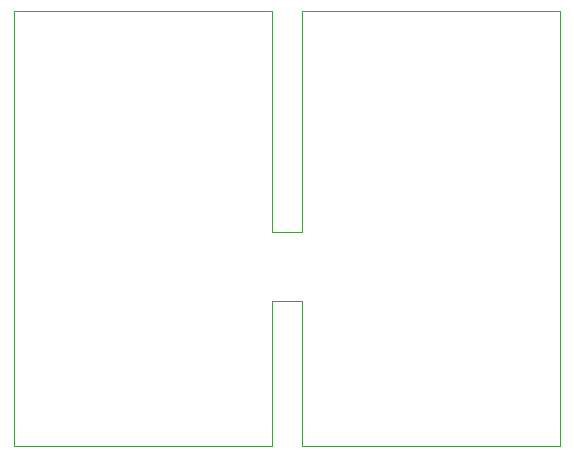
<source format=gbr>
G04 #@! TF.FileFunction,Profile,NP*
%FSLAX46Y46*%
G04 Gerber Fmt 4.6, Leading zero omitted, Abs format (unit mm)*
G04 Created by KiCad (PCBNEW 4.0.2+dfsg1-stable) date So 12. marec 2016, 22:26:04 CET*
%MOMM*%
G01*
G04 APERTURE LIST*
%ADD10C,0.100000*%
G04 APERTURE END LIST*
D10*
X176276000Y-100330000D02*
X154432000Y-100330000D01*
X176276000Y-137160000D02*
X176276000Y-100330000D01*
X154432000Y-137160000D02*
X176276000Y-137160000D01*
X130048000Y-137160000D02*
X151892000Y-137160000D01*
X130048000Y-100330000D02*
X130048000Y-137160000D01*
X130175000Y-100330000D02*
X130048000Y-100330000D01*
X151892000Y-100330000D02*
X130175000Y-100330000D01*
X151892000Y-118999000D02*
X151892000Y-100330000D01*
X154432000Y-124841000D02*
X154432000Y-137160000D01*
X151892000Y-124841000D02*
X154432000Y-124841000D01*
X151892000Y-137160000D02*
X151892000Y-124841000D01*
X154432000Y-118999000D02*
X154432000Y-100330000D01*
X151892000Y-118999000D02*
X154432000Y-118999000D01*
M02*

</source>
